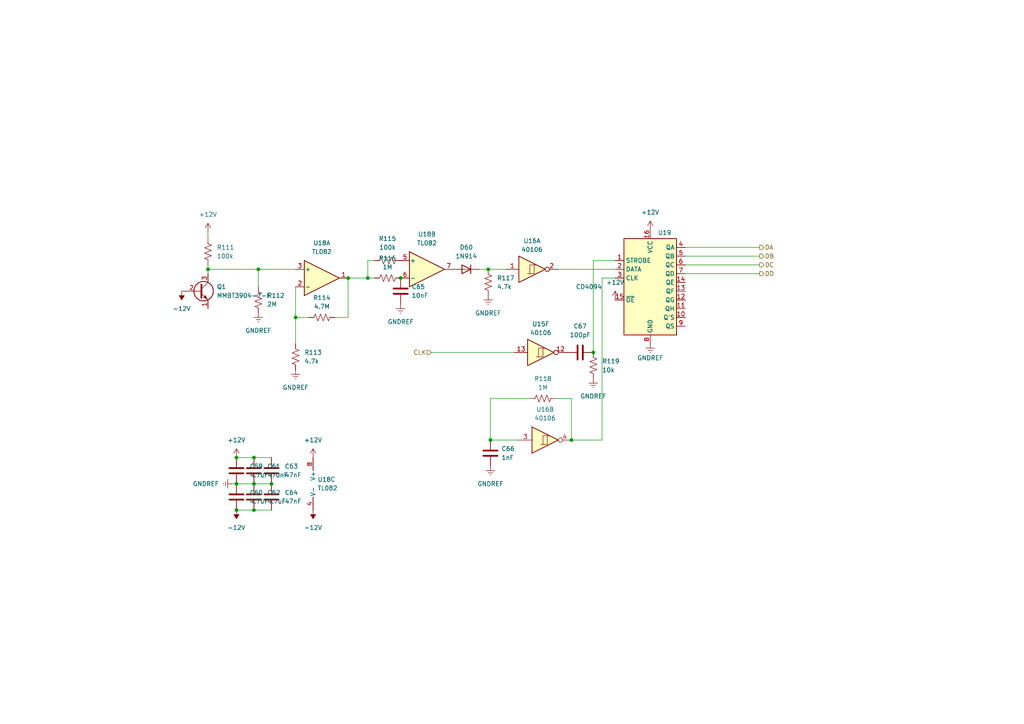
<source format=kicad_sch>
(kicad_sch (version 20230121) (generator eeschema)
  (paper "A4")
  (lib_symbols
    (symbol "4xxx:40106" (pin_names (offset 1.016))
      (property "Reference" "U" (at 0 1.27 0))
      (property "Value" "40106" (at 0 -1.27 0))
      (symbol "40106_1_0"
        (polyline (pts (xy -0.635 -1.27) (xy -0.635 1.27) (xy 0.635 1.27)))
        (polyline (pts (xy -3.81 3.81) (xy -3.81 -3.81) (xy 3.81 0) (xy -3.81 3.81)) (stroke (width 0.254)) (fill (type background)))
        (polyline (pts (xy -1.27 -1.27) (xy 0.635 -1.27) (xy 0.635 1.27) (xy 1.27 1.27)))
        (pin input line (at -7.62 0 0) (length 3.81) (name "~") (number "1"))
        (pin output inverted (at 7.62 0 180) (length 3.81) (name "~") (number "2"))
      )
      (symbol "40106_2_0"
        (polyline (pts (xy -0.635 -1.27) (xy -0.635 1.27) (xy 0.635 1.27)))
        (polyline (pts (xy -3.81 3.81) (xy -3.81 -3.81) (xy 3.81 0) (xy -3.81 3.81)) (stroke (width 0.254)) (fill (type background)))
        (polyline (pts (xy -1.27 -1.27) (xy 0.635 -1.27) (xy 0.635 1.27) (xy 1.27 1.27)))
        (pin input line (at -7.62 0 0) (length 3.81) (name "~") (number "3"))
        (pin output inverted (at 7.62 0 180) (length 3.81) (name "~") (number "4"))
      )
      (symbol "40106_3_0"
        (polyline (pts (xy -0.635 -1.27) (xy -0.635 1.27) (xy 0.635 1.27)))
        (polyline (pts (xy -3.81 3.81) (xy -3.81 -3.81) (xy 3.81 0) (xy -3.81 3.81)) (stroke (width 0.254)) (fill (type background)))
        (polyline (pts (xy -1.27 -1.27) (xy 0.635 -1.27) (xy 0.635 1.27) (xy 1.27 1.27)))
        (pin input line (at -7.62 0 0) (length 3.81) (name "~") (number "5"))
        (pin output inverted (at 7.62 0 180) (length 3.81) (name "~") (number "6"))
      )
      (symbol "40106_4_0"
        (polyline (pts (xy -0.635 -1.27) (xy -0.635 1.27) (xy 0.635 1.27)))
        (polyline (pts (xy -3.81 3.81) (xy -3.81 -3.81) (xy 3.81 0) (xy -3.81 3.81)) (stroke (width 0.254)) (fill (type background)))
        (polyline (pts (xy -1.27 -1.27) (xy 0.635 -1.27) (xy 0.635 1.27) (xy 1.27 1.27)))
        (pin output inverted (at 7.62 0 180) (length 3.81) (name "~") (number "8"))
        (pin input line (at -7.62 0 0) (length 3.81) (name "~") (number "9"))
      )
      (symbol "40106_5_0"
        (polyline (pts (xy -0.635 -1.27) (xy -0.635 1.27) (xy 0.635 1.27)))
        (polyline (pts (xy -3.81 3.81) (xy -3.81 -3.81) (xy 3.81 0) (xy -3.81 3.81)) (stroke (width 0.254)) (fill (type background)))
        (polyline (pts (xy -1.27 -1.27) (xy 0.635 -1.27) (xy 0.635 1.27) (xy 1.27 1.27)))
        (pin output inverted (at 7.62 0 180) (length 3.81) (name "~") (number "10"))
        (pin input line (at -7.62 0 0) (length 3.81) (name "~") (number "11"))
      )
      (symbol "40106_6_0"
        (polyline (pts (xy -0.635 -1.27) (xy -0.635 1.27) (xy 0.635 1.27)))
        (polyline (pts (xy -3.81 3.81) (xy -3.81 -3.81) (xy 3.81 0) (xy -3.81 3.81)) (stroke (width 0.254)) (fill (type background)))
        (polyline (pts (xy -1.27 -1.27) (xy 0.635 -1.27) (xy 0.635 1.27) (xy 1.27 1.27)))
        (pin output inverted (at 7.62 0 180) (length 3.81) (name "~") (number "12"))
        (pin input line (at -7.62 0 0) (length 3.81) (name "~") (number "13"))
      )
      (symbol "40106_7_0"
        (pin power_in line (at 0 12.7 270) (length 5.08) (name "VDD") (number "14"))
        (pin power_in line (at 0 -12.7 90) (length 5.08) (name "VSS") (number "7"))
      )
      (symbol "40106_7_1"
        (rectangle (start -5.08 7.62) (end 5.08 -7.62) (stroke (width 0.254)) (fill (type background)))
      )
    )
    (symbol "Amplifier_Operational:TL082" (pin_names (offset 0.127))
      (property "Reference" "U" (at 0 5.08 0))
      (property "Value" "TL082" (at 0 -5.08 0))
      (symbol "TL082_1_1"
        (polyline (pts (xy -5.08 5.08) (xy 5.08 0) (xy -5.08 -5.08) (xy -5.08 5.08)) (stroke (width 0.254)) (fill (type background)))
        (pin output line (at 7.62 0 180) (length 2.54) (name "~") (number "1"))
        (pin input line (at -7.62 -2.54 0) (length 2.54) (name "-") (number "2"))
        (pin input line (at -7.62 2.54 0) (length 2.54) (name "+") (number "3"))
      )
      (symbol "TL082_2_1"
        (polyline (pts (xy -5.08 5.08) (xy 5.08 0) (xy -5.08 -5.08) (xy -5.08 5.08)) (stroke (width 0.254)) (fill (type background)))
        (pin input line (at -7.62 2.54 0) (length 2.54) (name "+") (number "5"))
        (pin input line (at -7.62 -2.54 0) (length 2.54) (name "-") (number "6"))
        (pin output line (at 7.62 0 180) (length 2.54) (name "~") (number "7"))
      )
      (symbol "TL082_3_1"
        (pin power_in line (at -2.54 -7.62 90) (length 3.81) (name "V-") (number "4"))
        (pin power_in line (at -2.54 7.62 270) (length 3.81) (name "V+") (number "8"))
      )
    )
    (symbol "Device:C" (pin_numbers hide) (pin_names (offset 0.254))
      (property "Reference" "C" (at 0.635 2.54 0))
      (property "Value" "C" (at 0.635 -2.54 0))
      (symbol "C_0_1"
        (polyline (pts (xy -2.032 -0.762) (xy 2.032 -0.762)) (stroke (width 0.508)))
        (polyline (pts (xy -2.032 0.762) (xy 2.032 0.762)) (stroke (width 0.508)))
      )
      (symbol "C_1_1"
        (pin passive line (at 0 3.81 270) (length 2.794) (name "~") (number "1"))
        (pin passive line (at 0 -3.81 90) (length 2.794) (name "~") (number "2"))
      )
    )
    (symbol "Device:D" (pin_numbers hide) (pin_names (offset 1.016) hide)
      (property "Reference" "D" (at 0 2.54 0))
      (property "Value" "D" (at 0 -2.54 0))
      (symbol "D_0_1"
        (polyline (pts (xy -1.27 1.27) (xy -1.27 -1.27)) (stroke (width 0.254)))
        (polyline (pts (xy 1.27 0) (xy -1.27 0)))
        (polyline (pts (xy 1.27 1.27) (xy 1.27 -1.27) (xy -1.27 0) (xy 1.27 1.27)) (stroke (width 0.254)))
      )
      (symbol "D_1_1"
        (pin passive line (at -3.81 0 0) (length 2.54) (name "K") (number "1"))
        (pin passive line (at 3.81 0 180) (length 2.54) (name "A") (number "2"))
      )
    )
    (symbol "Device:R_US" (pin_numbers hide) (pin_names (offset 0))
      (property "Reference" "R" (at 2.54 0 90))
      (property "Value" "R_US" (at -2.54 0 90))
      (symbol "R_US_0_1"
        (polyline (pts (xy 0 -2.286) (xy 0 -2.54)))
        (polyline (pts (xy 0 2.286) (xy 0 2.54)))
        (polyline (pts (xy 0 -0.762) (xy 1.016 -1.143) (xy 0 -1.524) (xy -1.016 -1.905) (xy 0 -2.286)))
        (polyline (pts (xy 0 0.762) (xy 1.016 0.381) (xy 0 0) (xy -1.016 -0.381) (xy 0 -0.762)))
        (polyline (pts (xy 0 2.286) (xy 1.016 1.905) (xy 0 1.524) (xy -1.016 1.143) (xy 0 0.762)))
      )
      (symbol "R_US_1_1"
        (pin passive line (at 0 3.81 270) (length 1.27) (name "~") (number "1"))
        (pin passive line (at 0 -3.81 90) (length 1.27) (name "~") (number "2"))
      )
    )
    (symbol "SynthProj-rescue:CD4094"
      (property "Reference" "U" (at -6.35 22.86 0))
      (symbol "CD4094_1_0"
        (pin input line (at -10.16 7.62 0) (length 2.54) (name "STROBE") (number "1"))
        (pin output line (at 10.16 -8.89 180) (length 2.54) (name "Q'S") (number "10"))
        (pin tri_state line (at 10.16 -6.35 180) (length 2.54) (name "QH") (number "11"))
        (pin tri_state line (at 10.16 -3.81 180) (length 2.54) (name "QG") (number "12"))
        (pin tri_state line (at 10.16 -1.27 180) (length 2.54) (name "QF") (number "13"))
        (pin tri_state line (at 10.16 1.27 180) (length 2.54) (name "QE") (number "14"))
        (pin input line (at -10.16 -3.81 0) (length 2.54) (name "~{OE}") (number "15"))
        (pin power_in line (at 0 16.51 270) (length 2.54) (name "VCC") (number "16"))
        (pin input line (at -10.16 5.08 0) (length 2.54) (name "DATA") (number "2"))
        (pin input line (at -10.16 2.54 0) (length 2.54) (name "CLK") (number "3"))
        (pin tri_state line (at 10.16 11.43 180) (length 2.54) (name "QA") (number "4"))
        (pin tri_state line (at 10.16 8.89 180) (length 2.54) (name "QB") (number "5"))
        (pin tri_state line (at 10.16 6.35 180) (length 2.54) (name "QC") (number "6"))
        (pin tri_state line (at 10.16 3.81 180) (length 2.54) (name "QD") (number "7"))
        (pin power_in line (at 0 -16.51 90) (length 2.54) (name "GND") (number "8"))
        (pin output line (at 10.16 -11.43 180) (length 2.54) (name "QS") (number "9"))
      )
      (symbol "CD4094_1_1"
        (rectangle (start -7.62 13.97) (end 7.62 -13.97) (stroke (width 0.254)) (fill (type background)))
      )
    )
    (symbol "Transistor_BJT:2N3904" (pin_names (offset 0) hide)
      (property "Reference" "Q" (at 5.08 1.905 0))
      (property "Value" "2N3904" (at 5.08 0 0))
      (symbol "2N3904_0_1"
        (polyline (pts (xy 0.635 0.635) (xy 2.54 2.54)))
        (polyline (pts (xy 0.635 -0.635) (xy 2.54 -2.54) (xy 2.54 -2.54)))
        (polyline (pts (xy 0.635 1.905) (xy 0.635 -1.905) (xy 0.635 -1.905)) (stroke (width 0.508)))
        (polyline (pts (xy 1.27 -1.778) (xy 1.778 -1.27) (xy 2.286 -2.286) (xy 1.27 -1.778) (xy 1.27 -1.778)) (fill (type outline)))
        (circle (center 1.27 0) (radius 2.8194) (stroke (width 0.254)))
      )
      (symbol "2N3904_1_1"
        (pin passive line (at 2.54 -5.08 90) (length 2.54) (name "E") (number "1"))
        (pin passive line (at -5.08 0 0) (length 5.715) (name "B") (number "2"))
        (pin passive line (at 2.54 5.08 270) (length 2.54) (name "C") (number "3"))
      )
    )
    (symbol "power:+12V" (power) (pin_names (offset 0))
      (property "Value" "+12V" (at 0 3.556 0))
      (symbol "+12V_0_1"
        (polyline (pts (xy -0.762 1.27) (xy 0 2.54)))
        (polyline (pts (xy 0 0) (xy 0 2.54)))
        (polyline (pts (xy 0 2.54) (xy 0.762 1.27)))
      )
      (symbol "+12V_1_1"
        (pin power_in line (at 0 0 90) (length 0) hide (name "+12V") (number "1"))
      )
    )
    (symbol "power:-12V" (power) (pin_names (offset 0))
      (property "Value" "-12V" (at 0 3.81 0))
      (symbol "-12V_0_0"
        (pin power_in line (at 0 0 90) (length 0) hide (name "-12V") (number "1"))
      )
      (symbol "-12V_0_1"
        (polyline (pts (xy 0 0) (xy 0 1.27) (xy 0.762 1.27) (xy 0 2.54) (xy -0.762 1.27) (xy 0 1.27)) (fill (type outline)))
      )
    )
    (symbol "power:GNDREF" (power) (pin_names (offset 0))
      (property "Value" "GNDREF" (at 0 -3.81 0))
      (symbol "GNDREF_0_1"
        (polyline (pts (xy -0.635 -1.905) (xy 0.635 -1.905)))
        (polyline (pts (xy -0.127 -2.54) (xy 0.127 -2.54)))
        (polyline (pts (xy 0 -1.27) (xy 0 0)))
        (polyline (pts (xy 1.27 -1.27) (xy -1.27 -1.27)))
      )
      (symbol "GNDREF_1_1"
        (pin power_in line (at 0 0 270) (length 0) hide (name "GNDREF") (number "1"))
      )
    )
  )
  (junction (at 172.085 102.235))
  (junction (at 116.205 80.645))
  (junction (at 73.66 140.335))
  (junction (at 68.58 147.955))
  (junction (at 142.24 127.635))
  (junction (at 68.58 132.715))
  (junction (at 73.66 147.955))
  (junction (at 100.965 80.645))
  (junction (at 165.735 127.635))
  (junction (at 141.605 78.105))
  (junction (at 106.68 80.645))
  (junction (at 60.325 78.105))
  (junction (at 74.93 78.105))
  (junction (at 85.725 92.075))
  (junction (at 68.58 140.335))
  (junction (at 73.66 132.715))
  (junction (at 78.74 140.335))
  (wire (pts (xy 174.625 127.635) (xy 165.735 127.635)))
  (wire (pts (xy 106.68 80.645) (xy 108.585 80.645)))
  (wire (pts (xy 161.925 78.105) (xy 178.435 78.105)))
  (wire (pts (xy 60.325 67.31) (xy 60.325 69.215)))
  (wire (pts (xy 85.725 83.185) (xy 85.725 92.075)))
  (wire (pts (xy 198.755 71.755) (xy 220.345 71.755)))
  (wire (pts (xy 68.58 147.955) (xy 73.66 147.955)))
  (wire (pts (xy 142.24 127.635) (xy 142.24 115.57)))
  (wire (pts (xy 60.325 78.105) (xy 74.93 78.105)))
  (wire (pts (xy 172.085 102.235) (xy 172.085 75.565)))
  (wire (pts (xy 172.085 75.565) (xy 178.435 75.565)))
  (wire (pts (xy 85.725 92.075) (xy 85.725 99.695)))
  (wire (pts (xy 60.325 76.835) (xy 60.325 78.105)))
  (wire (pts (xy 142.24 127.635) (xy 150.495 127.635)))
  (wire (pts (xy 198.755 76.835) (xy 220.345 76.835)))
  (wire (pts (xy 161.29 115.57) (xy 165.735 115.57)))
  (wire (pts (xy 198.755 74.295) (xy 220.345 74.295)))
  (wire (pts (xy 89.535 92.075) (xy 85.725 92.075)))
  (wire (pts (xy 125.095 102.235) (xy 149.225 102.235)))
  (wire (pts (xy 100.965 80.645) (xy 106.68 80.645)))
  (wire (pts (xy 106.68 75.565) (xy 108.585 75.565)))
  (wire (pts (xy 100.965 92.075) (xy 100.965 80.645)))
  (wire (pts (xy 73.66 147.955) (xy 78.74 147.955)))
  (wire (pts (xy 165.735 115.57) (xy 165.735 127.635)))
  (wire (pts (xy 174.625 80.645) (xy 174.625 127.635)))
  (wire (pts (xy 198.755 79.375) (xy 220.345 79.375)))
  (wire (pts (xy 141.605 78.105) (xy 146.685 78.105)))
  (wire (pts (xy 74.93 78.105) (xy 85.725 78.105)))
  (wire (pts (xy 73.66 132.715) (xy 78.74 132.715)))
  (wire (pts (xy 67.31 140.335) (xy 68.58 140.335)))
  (wire (pts (xy 60.325 78.105) (xy 60.325 79.375)))
  (wire (pts (xy 68.58 132.715) (xy 73.66 132.715)))
  (wire (pts (xy 68.58 140.335) (xy 73.66 140.335)))
  (wire (pts (xy 106.68 75.565) (xy 106.68 80.645)))
  (wire (pts (xy 139.065 78.105) (xy 141.605 78.105)))
  (wire (pts (xy 142.24 115.57) (xy 153.67 115.57)))
  (wire (pts (xy 97.155 92.075) (xy 100.965 92.075)))
  (wire (pts (xy 74.93 78.105) (xy 74.93 83.185)))
  (wire (pts (xy 178.435 80.645) (xy 174.625 80.645)))
  (wire (pts (xy 73.66 140.335) (xy 78.74 140.335)))
  (hierarchical_label "DD" (shape output) (at 220.345 79.375 0))
  (hierarchical_label "CLK" (shape input) (at 125.095 102.235 180))
  (hierarchical_label "DB" (shape output) (at 220.345 74.295 0))
  (hierarchical_label "DA" (shape output) (at 220.345 71.755 0))
  (hierarchical_label "DC" (shape output) (at 220.345 76.835 0))
  (symbol (lib_id "Device:D") (at 135.255 78.105 180) (unit 1)
    (property "Reference" "D60" (at 135.255 71.755 0))
    (property "Value" "1N914" (at 135.255 74.295 0))
    (property "Footprint" "Diode_SMD:D_SOD-323F" (effects hide))
    (property "Sim.Device" "D" (effects hide))
    (property "Sim.Pins" "1=K 2=A" (effects hide))
    (instances (project "SoundLab16StepSequencer" (path "" (reference "D60") (unit 1))) (project "AnalogTestBoard2" (path "" (reference "D?") (unit 1))) (project "SynthProj" (path "" (reference "D46") (unit 1))))
  )
  (symbol (lib_id "power:GNDREF") (at 141.605 85.725 0) (unit 1)
    (property "Reference" "#PWR0166" (effects hide))
    (property "Value" "GNDREF" (at 141.605 90.805 0))
    (instances (project "SoundLab16StepSequencer" (path "" (reference "#PWR0166") (unit 1))) (project "AnalogTestBoard2" (path "" (reference "#PWR?") (unit 1)) (path "" (reference "#PWR?") (unit 1)) (path "" (reference "#PWR?") (unit 1))) (project "SynthProj" (path "" (reference "#PWR0270") (unit 1))))
  )
  (symbol (lib_id "Device:C") (at 116.205 84.455 180) (unit 1)
    (property "Reference" "C65" (at 119.38 83.185 0) (effects (justify right)))
    (property "Value" "10nF" (at 119.38 85.725 0) (effects (justify right)))
    (property "Footprint" "Capacitor_SMD:C_0603_1608Metric" (effects hide))
    (instances (project "SoundLab16StepSequencer" (path "" (reference "C65") (unit 1))) (project "AnalogTestBoard2" (path "" (reference "C?") (unit 1)) (path "" (reference "C?") (unit 1)) (path "" (reference "C?") (unit 1))) (project "SynthProj" (path "" (reference "C117") (unit 1))))
  )
  (symbol (lib_id "power:GNDREF") (at 142.24 135.255 0) (unit 1)
    (property "Reference" "#PWR0167" (effects hide))
    (property "Value" "GNDREF" (at 142.24 140.335 0))
    (instances (project "SoundLab16StepSequencer" (path "" (reference "#PWR0167") (unit 1))) (project "AnalogTestBoard2" (path "" (reference "#PWR?") (unit 1)) (path "" (reference "#PWR?") (unit 1)) (path "" (reference "#PWR?") (unit 1))) (project "SynthProj" (path "" (reference "#PWR0271") (unit 1))))
  )
  (symbol (lib_id "power:GNDREF") (at 85.725 107.315 0) (unit 1)
    (property "Reference" "#PWR0162" (effects hide))
    (property "Value" "GNDREF" (at 85.725 112.395 0))
    (instances (project "SoundLab16StepSequencer" (path "" (reference "#PWR0162") (unit 1))) (project "AnalogTestBoard2" (path "" (reference "#PWR?") (unit 1)) (path "" (reference "#PWR?") (unit 1)) (path "" (reference "#PWR?") (unit 1))) (project "SynthProj" (path "" (reference "#PWR0266") (unit 1))))
  )
  (symbol (lib_id "4xxx:40106") (at 158.115 127.635 0) (unit 2)
    (property "Reference" "U16" (at 158.115 118.745 0))
    (property "Value" "40106" (at 158.115 121.285 0))
    (property "Footprint" "Package_SO:SOIC-14_3.9x8.7mm_P1.27mm" (effects hide))
    (property "Datasheet" "https://assets.nexperia.com/documents/data-sheet/HEF40106B.pdf" (effects hide))
    (instances (project "SoundLab16StepSequencer" (path "" (reference "U16") (unit 2))) (project "AnalogTestBoard2" (path "" (reference "U?") (unit 2)) (path "" (reference "U?") (unit 2))) (project "SynthProj" (path "" (reference "U22") (unit 2))))
  )
  (symbol (lib_id "power:+12V") (at 90.805 132.715 0) (unit 1)
    (property "Reference" "#PWR0163" (effects hide))
    (property "Value" "+12V" (at 90.805 127.635 0))
    (instances (project "SoundLab16StepSequencer" (path "" (reference "#PWR0163") (unit 1))) (project "AnalogTestBoard2" (path "" (reference "#PWR?") (unit 1)) (path "" (reference "#PWR?") (unit 1)) (path "" (reference "#PWR?") (unit 1))) (project "SynthProj" (path "" (reference "#PWR0267") (unit 1))))
  )
  (symbol (lib_id "Amplifier_Operational:TL082") (at 93.345 80.645 0) (unit 1)
    (property "Reference" "U18" (at 93.345 70.485 0))
    (property "Value" "TL082" (at 93.345 73.025 0))
    (property "Footprint" "Package_SO:SOIC-8_3.9x4.9mm_P1.27mm" (effects hide))
    (property "Datasheet" "http://www.ti.com/lit/ds/symlink/tl081.pdf" (effects hide))
    (instances (project "SoundLab16StepSequencer" (path "" (reference "U18") (unit 1))) (project "AnalogTestBoard2" (path "" (reference "U?") (unit 1))) (project "SynthProj" (path "" (reference "U21") (unit 1))))
  )
  (symbol (lib_id "power:GNDREF") (at 172.085 109.855 0) (unit 1)
    (property "Reference" "#PWR0168" (effects hide))
    (property "Value" "GNDREF" (at 172.085 114.935 0))
    (instances (project "SoundLab16StepSequencer" (path "" (reference "#PWR0168") (unit 1))) (project "AnalogTestBoard2" (path "" (reference "#PWR?") (unit 1)) (path "" (reference "#PWR?") (unit 1)) (path "" (reference "#PWR?") (unit 1))) (project "SynthProj" (path "" (reference "#PWR0272") (unit 1))))
  )
  (symbol (lib_id "power:-12V") (at 90.805 147.955 180) (unit 1)
    (property "Reference" "#PWR0164" (effects hide))
    (property "Value" "-12V" (at 90.805 153.035 0))
    (instances (project "SoundLab16StepSequencer" (path "" (reference "#PWR0164") (unit 1))) (project "AnalogTestBoard2" (path "" (reference "#PWR?") (unit 1)) (path "" (reference "#PWR?") (unit 1)) (path "" (reference "#PWR?") (unit 1))) (project "SynthProj" (path "" (reference "#PWR0268") (unit 1))))
  )
  (symbol (lib_id "Device:C") (at 168.275 102.235 270) (unit 1)
    (property "Reference" "C67" (at 168.275 94.615 90))
    (property "Value" "100pF" (at 168.275 97.155 90))
    (property "Footprint" "Capacitor_SMD:C_0603_1608Metric" (effects hide))
    (instances (project "SoundLab16StepSequencer" (path "" (reference "C67") (unit 1))) (project "AnalogTestBoard2" (path "" (reference "C?") (unit 1)) (path "" (reference "C?") (unit 1)) (path "" (reference "C?") (unit 1))) (project "SynthProj" (path "" (reference "C119") (unit 1))))
  )
  (symbol (lib_id "power:+12V") (at 188.595 66.675 0) (unit 1)
    (property "Reference" "#PWR0170" (effects hide))
    (property "Value" "+12V" (at 188.595 61.595 0))
    (instances (project "SoundLab16StepSequencer" (path "" (reference "#PWR0170") (unit 1))) (project "AnalogTestBoard2" (path "" (reference "#PWR?") (unit 1)) (path "" (reference "#PWR?") (unit 1)) (path "" (reference "#PWR?") (unit 1))) (project "SynthProj" (path "" (reference "#PWR0274") (unit 1))))
  )
  (symbol (lib_id "power:-12V") (at 52.705 84.455 180) (unit 1)
    (property "Reference" "#PWR0156" (effects hide))
    (property "Value" "-12V" (at 52.705 89.535 0))
    (instances (project "SoundLab16StepSequencer" (path "" (reference "#PWR0156") (unit 1))) (project "AnalogTestBoard2" (path "" (reference "#PWR?") (unit 1)) (path "" (reference "#PWR?") (unit 1)) (path "" (reference "#PWR?") (unit 1))) (project "SynthProj" (path "" (reference "#PWR0260") (unit 1))))
  )
  (symbol (lib_id "Device:C") (at 73.66 144.145 0) (unit 1)
    (property "Reference" "C62" (at 77.47 142.875 0) (effects (justify left)))
    (property "Value" "4.7uF" (at 77.47 145.415 0) (effects (justify left)))
    (property "Footprint" "Capacitor_SMD:C_0805_2012Metric" (effects hide))
    (instances (project "SoundLab16StepSequencer" (path "" (reference "C62") (unit 1))) (project "AnalogTestBoard2" (path "" (reference "C?") (unit 1)) (path "" (reference "C?") (unit 1)) (path "" (reference "C?") (unit 1))) (project "SynthProj" (path "" (reference "C114") (unit 1))))
  )
  (symbol (lib_id "Device:R_US") (at 112.395 80.645 270) (unit 1)
    (property "Reference" "R116" (at 112.395 74.93 90))
    (property "Value" "1M" (at 112.395 77.47 90))
    (property "Footprint" "Resistor_SMD:R_0603_1608Metric" (effects hide))
    (instances (project "SoundLab16StepSequencer" (path "" (reference "R116") (unit 1))) (project "AnalogTestBoard2" (path "" (reference "R?") (unit 1)) (path "" (reference "R?") (unit 1)) (path "" (reference "R?") (unit 1))) (project "SynthProj" (path "" (reference "R212") (unit 1))))
  )
  (symbol (lib_id "4xxx:40106") (at 154.305 78.105 0) (unit 1)
    (property "Reference" "U16" (at 154.305 69.85 0))
    (property "Value" "40106" (at 154.305 72.39 0))
    (property "Footprint" "Package_SO:SOIC-14_3.9x8.7mm_P1.27mm" (effects hide))
    (property "Datasheet" "https://assets.nexperia.com/documents/data-sheet/HEF40106B.pdf" (effects hide))
    (instances (project "SoundLab16StepSequencer" (path "" (reference "U16") (unit 1))) (project "AnalogTestBoard2" (path "" (reference "U?") (unit 1)) (path "" (reference "U?") (unit 1))) (project "SynthProj" (path "" (reference "U22") (unit 1))))
  )
  (symbol (lib_id "power:-12V") (at 68.58 147.955 180) (unit 1)
    (property "Reference" "#PWR0160" (effects hide))
    (property "Value" "-12V" (at 68.58 153.035 0))
    (instances (project "SoundLab16StepSequencer" (path "" (reference "#PWR0160") (unit 1))) (project "AnalogTestBoard2" (path "" (reference "#PWR?") (unit 1)) (path "" (reference "#PWR?") (unit 1)) (path "" (reference "#PWR?") (unit 1))) (project "SynthProj" (path "" (reference "#PWR0264") (unit 1))))
  )
  (symbol (lib_id "Amplifier_Operational:TL082") (at 123.825 78.105 0) (unit 2)
    (property "Reference" "U18" (at 123.825 67.945 0))
    (property "Value" "TL082" (at 123.825 70.485 0))
    (property "Footprint" "Package_SO:SOIC-8_3.9x4.9mm_P1.27mm" (effects hide))
    (property "Datasheet" "http://www.ti.com/lit/ds/symlink/tl081.pdf" (effects hide))
    (instances (project "SoundLab16StepSequencer" (path "" (reference "U18") (unit 2))) (project "AnalogTestBoard2" (path "" (reference "U?") (unit 2))) (project "SynthProj" (path "" (reference "U21") (unit 2))))
  )
  (symbol (lib_id "4xxx:40106") (at 156.845 102.235 0) (unit 6)
    (property "Reference" "U15" (at 156.845 93.98 0))
    (property "Value" "40106" (at 156.845 96.52 0))
    (property "Footprint" "Package_SO:SOIC-14_3.9x8.7mm_P1.27mm" (effects hide))
    (property "Datasheet" "https://assets.nexperia.com/documents/data-sheet/HEF40106B.pdf" (effects hide))
    (instances (project "SoundLab16StepSequencer" (path "" (reference "U15") (unit 6))) (project "AnalogTestBoard2" (path "" (reference "U?") (unit 6)) (path "" (reference "U?") (unit 6))) (project "SynthProj" (path "" (reference "U22") (unit 6))))
  )
  (symbol (lib_id "power:+12V") (at 68.58 132.715 0) (unit 1)
    (property "Reference" "#PWR0159" (effects hide))
    (property "Value" "+12V" (at 68.58 127.635 0))
    (instances (project "SoundLab16StepSequencer" (path "" (reference "#PWR0159") (unit 1))) (project "AnalogTestBoard2" (path "" (reference "#PWR?") (unit 1)) (path "" (reference "#PWR?") (unit 1)) (path "" (reference "#PWR?") (unit 1))) (project "SynthProj" (path "" (reference "#PWR0263") (unit 1))))
  )
  (symbol (lib_id "Amplifier_Operational:TL082") (at 93.345 140.335 0) (unit 3)
    (property "Reference" "U18" (at 92.075 139.065 0) (effects (justify left)))
    (property "Value" "TL082" (at 92.075 141.605 0) (effects (justify left)))
    (property "Footprint" "Package_SO:SOIC-8_3.9x4.9mm_P1.27mm" (effects hide))
    (property "Datasheet" "http://www.ti.com/lit/ds/symlink/tl081.pdf" (effects hide))
    (instances (project "SoundLab16StepSequencer" (path "" (reference "U18") (unit 3))) (project "AnalogTestBoard2" (path "" (reference "U?") (unit 3))) (project "SynthProj" (path "" (reference "U21") (unit 3))))
  )
  (symbol (lib_id "Device:R_US") (at 74.93 86.995 180) (unit 1)
    (property "Reference" "R112" (at 77.47 85.725 0) (effects (justify right)))
    (property "Value" "2M" (at 77.47 88.265 0) (effects (justify right)))
    (property "Footprint" "Resistor_SMD:R_0603_1608Metric" (effects hide))
    (instances (project "SoundLab16StepSequencer" (path "" (reference "R112") (unit 1))) (project "AnalogTestBoard2" (path "" (reference "R?") (unit 1)) (path "" (reference "R?") (unit 1)) (path "" (reference "R?") (unit 1))) (project "SynthProj" (path "" (reference "R208") (unit 1))))
  )
  (symbol (lib_id "power:+12V") (at 60.325 67.31 0) (unit 1)
    (property "Reference" "#PWR0157" (effects hide))
    (property "Value" "+12V" (at 60.325 62.23 0))
    (instances (project "SoundLab16StepSequencer" (path "" (reference "#PWR0157") (unit 1))) (project "AnalogTestBoard2" (path "" (reference "#PWR?") (unit 1)) (path "" (reference "#PWR?") (unit 1)) (path "" (reference "#PWR?") (unit 1))) (project "SynthProj" (path "" (reference "#PWR0261") (unit 1))))
  )
  (symbol (lib_id "SynthProj-rescue:CD4094") (at 188.595 83.185 0) (unit 1)
    (property "Reference" "U19" (at 190.7891 67.4949 0) (effects (justify left)))
    (property "Value" "CD4094" (at 170.815 83.185 0))
    (property "Footprint" "Package_SO:SOP-16_3.9x9.9mm_P1.27mm" (effects hide))
    (instances (project "SoundLab16StepSequencer" (path "" (reference "U19") (unit 1))) (project "SynthProj" (path "" (reference "U23") (unit 1))))
  )
  (symbol (lib_id "Device:R_US") (at 172.085 106.045 180) (unit 1)
    (property "Reference" "R119" (at 174.625 104.775 0) (effects (justify right)))
    (property "Value" "10k" (at 174.625 107.315 0) (effects (justify right)))
    (property "Footprint" "Resistor_SMD:R_0603_1608Metric" (effects hide))
    (instances (project "SoundLab16StepSequencer" (path "" (reference "R119") (unit 1))) (project "AnalogTestBoard2" (path "" (reference "R?") (unit 1)) (path "" (reference "R?") (unit 1)) (path "" (reference "R?") (unit 1))) (project "SynthProj" (path "" (reference "R215") (unit 1))))
  )
  (symbol (lib_id "Device:R_US") (at 141.605 81.915 180) (unit 1)
    (property "Reference" "R117" (at 144.145 80.645 0) (effects (justify right)))
    (property "Value" "4.7k" (at 144.145 83.185 0) (effects (justify right)))
    (property "Footprint" "Resistor_SMD:R_0603_1608Metric" (effects hide))
    (instances (project "SoundLab16StepSequencer" (path "" (reference "R117") (unit 1))) (project "AnalogTestBoard2" (path "" (reference "R?") (unit 1)) (path "" (reference "R?") (unit 1)) (path "" (reference "R?") (unit 1))) (project "SynthProj" (path "" (reference "R213") (unit 1))))
  )
  (symbol (lib_id "Device:C") (at 68.58 136.525 0) (unit 1)
    (property "Reference" "C59" (at 72.39 135.255 0) (effects (justify left)))
    (property "Value" "4.7uF" (at 72.39 137.795 0) (effects (justify left)))
    (property "Footprint" "Capacitor_SMD:C_0805_2012Metric" (effects hide))
    (instances (project "SoundLab16StepSequencer" (path "" (reference "C59") (unit 1))) (project "AnalogTestBoard2" (path "" (reference "C?") (unit 1)) (path "" (reference "C?") (unit 1)) (path "" (reference "C?") (unit 1))) (project "SynthProj" (path "" (reference "C111") (unit 1))))
  )
  (symbol (lib_id "Device:C") (at 78.74 136.525 0) (unit 1)
    (property "Reference" "C63" (at 82.55 135.255 0) (effects (justify left)))
    (property "Value" "47nF" (at 82.55 137.795 0) (effects (justify left)))
    (property "Footprint" "Capacitor_SMD:C_0603_1608Metric" (effects hide))
    (instances (project "SoundLab16StepSequencer" (path "" (reference "C63") (unit 1))) (project "AnalogTestBoard2" (path "" (reference "C?") (unit 1)) (path "" (reference "C?") (unit 1)) (path "" (reference "C?") (unit 1))) (project "SynthProj" (path "" (reference "C115") (unit 1))))
  )
  (symbol (lib_id "power:GNDREF") (at 188.595 99.695 0) (unit 1)
    (property "Reference" "#PWR0171" (effects hide))
    (property "Value" "GNDREF" (at 188.595 103.8281 0))
    (instances (project "SoundLab16StepSequencer" (path "" (reference "#PWR0171") (unit 1))) (project "AnalogTestBoard2" (path "" (reference "#PWR?") (unit 1)) (path "" (reference "#PWR?") (unit 1)) (path "" (reference "#PWR?") (unit 1))) (project "SynthProj" (path "" (reference "#PWR0275") (unit 1))))
  )
  (symbol (lib_id "power:GNDREF") (at 67.31 140.335 270) (unit 1)
    (property "Reference" "#PWR0158" (effects hide))
    (property "Value" "GNDREF" (at 63.5 140.335 90) (effects (justify right)))
    (instances (project "SoundLab16StepSequencer" (path "" (reference "#PWR0158") (unit 1))) (project "AnalogTestBoard2" (path "" (reference "#PWR?") (unit 1)) (path "" (reference "#PWR?") (unit 1)) (path "" (reference "#PWR?") (unit 1))) (project "SynthProj" (path "" (reference "#PWR0262") (unit 1))))
  )
  (symbol (lib_id "Device:R_US") (at 85.725 103.505 180) (unit 1)
    (property "Reference" "R113" (at 88.265 102.235 0) (effects (justify right)))
    (property "Value" "4.7k" (at 88.265 104.775 0) (effects (justify right)))
    (property "Footprint" "Resistor_SMD:R_0603_1608Metric" (effects hide))
    (instances (project "SoundLab16StepSequencer" (path "" (reference "R113") (unit 1))) (project "AnalogTestBoard2" (path "" (reference "R?") (unit 1)) (path "" (reference "R?") (unit 1)) (path "" (reference "R?") (unit 1))) (project "SynthProj" (path "" (reference "R209") (unit 1))))
  )
  (symbol (lib_id "power:GNDREF") (at 116.205 88.265 0) (unit 1)
    (property "Reference" "#PWR0165" (effects hide))
    (property "Value" "GNDREF" (at 116.205 93.345 0))
    (instances (project "SoundLab16StepSequencer" (path "" (reference "#PWR0165") (unit 1))) (project "AnalogTestBoard2" (path "" (reference "#PWR?") (unit 1)) (path "" (reference "#PWR?") (unit 1)) (path "" (reference "#PWR?") (unit 1))) (project "SynthProj" (path "" (reference "#PWR0269") (unit 1))))
  )
  (symbol (lib_id "Device:R_US") (at 112.395 75.565 270) (unit 1)
    (property "Reference" "R115" (at 112.395 69.215 90))
    (property "Value" "100k" (at 112.395 71.755 90))
    (property "Footprint" "Resistor_SMD:R_0603_1608Metric" (effects hide))
    (instances (project "SoundLab16StepSequencer" (path "" (reference "R115") (unit 1))) (project "AnalogTestBoard2" (path "" (reference "R?") (unit 1)) (path "" (reference "R?") (unit 1)) (path "" (reference "R?") (unit 1))) (project "SynthProj" (path "" (reference "R211") (unit 1))))
  )
  (symbol (lib_id "Device:C") (at 73.66 136.525 0) (unit 1)
    (property "Reference" "C61" (at 77.47 135.255 0) (effects (justify left)))
    (property "Value" "470nF" (at 77.47 137.795 0) (effects (justify left)))
    (property "Footprint" "Capacitor_SMD:C_0805_2012Metric" (effects hide))
    (instances (project "SoundLab16StepSequencer" (path "" (reference "C61") (unit 1))) (project "AnalogTestBoard2" (path "" (reference "C?") (unit 1)) (path "" (reference "C?") (unit 1)) (path "" (reference "C?") (unit 1))) (project "SynthProj" (path "" (reference "C113") (unit 1))))
  )
  (symbol (lib_id "Transistor_BJT:2N3904") (at 57.785 84.455 0) (unit 1)
    (property "Reference" "Q1" (at 62.865 83.185 0) (effects (justify left)))
    (property "Value" "MMBT3904-7-F" (at 62.865 85.725 0) (effects (justify left)))
    (property "Footprint" "Package_TO_SOT_SMD:SOT-23-3" (effects hide))
    (property "Datasheet" "https://www.onsemi.com/pub/Collateral/2N3903-D.PDF" (effects hide))
    (instances (project "SoundLab16StepSequencer" (path "" (reference "Q1") (unit 1))) (project "AnalogTestBoard2" (path "" (reference "Q?") (unit 1))) (project "SynthProj" (path "" (reference "Q20") (unit 1))))
  )
  (symbol (lib_id "power:GNDREF") (at 74.93 90.805 0) (unit 1)
    (property "Reference" "#PWR0161" (effects hide))
    (property "Value" "GNDREF" (at 74.93 95.885 0))
    (instances (project "SoundLab16StepSequencer" (path "" (reference "#PWR0161") (unit 1))) (project "AnalogTestBoard2" (path "" (reference "#PWR?") (unit 1)) (path "" (reference "#PWR?") (unit 1)) (path "" (reference "#PWR?") (unit 1))) (project "SynthProj" (path "" (reference "#PWR0265") (unit 1))))
  )
  (symbol (lib_id "Device:R_US") (at 93.345 92.075 270) (unit 1)
    (property "Reference" "R114" (at 93.345 86.36 90))
    (property "Value" "4.7M" (at 93.345 88.9 90))
    (property "Footprint" "Resistor_SMD:R_0603_1608Metric" (effects hide))
    (instances (project "SoundLab16StepSequencer" (path "" (reference "R114") (unit 1))) (project "AnalogTestBoard2" (path "" (reference "R?") (unit 1)) (path "" (reference "R?") (unit 1)) (path "" (reference "R?") (unit 1))) (project "SynthProj" (path "" (reference "R210") (unit 1))))
  )
  (symbol (lib_id "Device:C") (at 142.24 131.445 180) (unit 1)
    (property "Reference" "C66" (at 145.415 130.175 0) (effects (justify right)))
    (property "Value" "1nF" (at 145.415 132.715 0) (effects (justify right)))
    (property "Footprint" "Capacitor_SMD:C_0603_1608Metric" (effects hide))
    (instances (project "SoundLab16StepSequencer" (path "" (reference "C66") (unit 1))) (project "AnalogTestBoard2" (path "" (reference "C?") (unit 1)) (path "" (reference "C?") (unit 1)) (path "" (reference "C?") (unit 1))) (project "SynthProj" (path "" (reference "C118") (unit 1))))
  )
  (symbol (lib_id "Device:R_US") (at 60.325 73.025 180) (unit 1)
    (property "Reference" "R111" (at 62.865 71.755 0) (effects (justify right)))
    (property "Value" "100k" (at 62.865 74.295 0) (effects (justify right)))
    (property "Footprint" "Resistor_SMD:R_0603_1608Metric" (effects hide))
    (instances (project "SoundLab16StepSequencer" (path "" (reference "R111") (unit 1))) (project "AnalogTestBoard2" (path "" (reference "R?") (unit 1)) (path "" (reference "R?") (unit 1)) (path "" (reference "R?") (unit 1))) (project "SynthProj" (path "" (reference "R207") (unit 1))))
  )
  (symbol (lib_id "Device:C") (at 78.74 144.145 0) (unit 1)
    (property "Reference" "C64" (at 82.55 142.875 0) (effects (justify left)))
    (property "Value" "47nF" (at 82.55 145.415 0) (effects (justify left)))
    (property "Footprint" "Capacitor_SMD:C_0603_1608Metric" (effects hide))
    (instances (project "SoundLab16StepSequencer" (path "" (reference "C64") (unit 1))) (project "AnalogTestBoard2" (path "" (reference "C?") (unit 1)) (path "" (reference "C?") (unit 1)) (path "" (reference "C?") (unit 1))) (project "SynthProj" (path "" (reference "C116") (unit 1))))
  )
  (symbol (lib_id "Device:C") (at 68.58 144.145 0) (unit 1)
    (property "Reference" "C60" (at 72.39 142.875 0) (effects (justify left)))
    (property "Value" "4.7uF" (at 72.39 145.415 0) (effects (justify left)))
    (property "Footprint" "Capacitor_SMD:C_0805_2012Metric" (effects hide))
    (instances (project "SoundLab16StepSequencer" (path "" (reference "C60") (unit 1))) (project "AnalogTestBoard2" (path "" (reference "C?") (unit 1)) (path "" (reference "C?") (unit 1)) (path "" (reference "C?") (unit 1))) (project "SynthProj" (path "" (reference "C112") (unit 1))))
  )
  (symbol (lib_id "Device:R_US") (at 157.48 115.57 270) (unit 1)
    (property "Reference" "R118" (at 157.48 109.855 90))
    (property "Value" "1M" (at 157.48 112.395 90))
    (property "Footprint" "Resistor_SMD:R_0603_1608Metric" (effects hide))
    (instances (project "SoundLab16StepSequencer" (path "" (reference "R118") (unit 1))) (project "AnalogTestBoard2" (path "" (reference "R?") (unit 1)) (path "" (reference "R?") (unit 1)) (path "" (reference "R?") (unit 1))) (project "SynthProj" (path "" (reference "R214") (unit 1))))
  )
  (symbol (lib_id "power:+12V") (at 178.435 86.995 0) (unit 1)
    (property "Reference" "#PWR0169" (effects hide))
    (property "Value" "+12V" (at 178.435 81.915 0))
    (instances (project "SoundLab16StepSequencer" (path "" (reference "#PWR0169") (unit 1))) (project "AnalogTestBoard2" (path "" (reference "#PWR?") (unit 1)) (path "" (reference "#PWR?") (unit 1)) (path "" (reference "#PWR?") (unit 1))) (project "SynthProj" (path "" (reference "#PWR0273") (unit 1))))
  )
)
</source>
